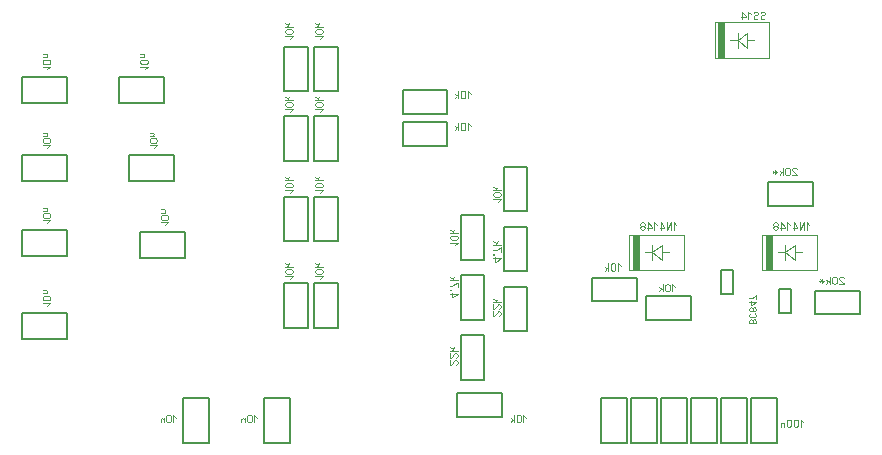
<source format=gbr>
%FSLAX34Y34*%
%MOMM*%
%LNSILK_BOTTOM*%
G71*
G01*
%ADD10C, 0.000*%
%ADD11C, 0.111*%
%ADD12C, 0.150*%
%ADD13C, 0.095*%
%LPD*%
G54D10*
X601099Y-68616D02*
X647099Y-68616D01*
X647099Y-98616D01*
X601099Y-98616D01*
X601099Y-68616D01*
G36*
X604099Y-98616D02*
X604099Y-68616D01*
X609099Y-68616D01*
X609099Y-98616D01*
X604099Y-98616D01*
G37*
G54D10*
X604099Y-98616D02*
X604099Y-68616D01*
X609099Y-68616D01*
X609099Y-98616D01*
X604099Y-98616D01*
G54D10*
X614099Y-83616D02*
X620499Y-83616D01*
X620499Y-77316D01*
X620499Y-90016D01*
X620499Y-83616D01*
X628399Y-77316D01*
X628399Y-90016D01*
X620499Y-83616D01*
G54D10*
X628399Y-83616D02*
X634799Y-83616D01*
G54D11*
X643732Y-64582D02*
X643266Y-65360D01*
X642332Y-65749D01*
X641399Y-65749D01*
X640466Y-65360D01*
X639999Y-64582D01*
X639999Y-63804D01*
X640466Y-63026D01*
X641399Y-62638D01*
X642332Y-62638D01*
X643266Y-62249D01*
X643732Y-61471D01*
X643732Y-60693D01*
X643266Y-59915D01*
X642332Y-59526D01*
X641399Y-59526D01*
X640466Y-59915D01*
X639999Y-60693D01*
G54D11*
X637821Y-64582D02*
X637355Y-65360D01*
X636421Y-65749D01*
X635488Y-65749D01*
X634555Y-65360D01*
X634088Y-64582D01*
X634088Y-63804D01*
X634555Y-63026D01*
X635488Y-62638D01*
X636421Y-62638D01*
X637355Y-62249D01*
X637821Y-61471D01*
X637821Y-60693D01*
X637355Y-59915D01*
X636421Y-59526D01*
X635488Y-59526D01*
X634555Y-59915D01*
X634088Y-60693D01*
G54D11*
X631910Y-61860D02*
X629577Y-59526D01*
X629577Y-65749D01*
G54D11*
X624599Y-65749D02*
X624599Y-59526D01*
X627399Y-63415D01*
X627399Y-64193D01*
X623666Y-64193D01*
G54D12*
X616534Y-278524D02*
X606534Y-278524D01*
X606533Y-298524D01*
X616533Y-298524D01*
X616534Y-278524D01*
G54D13*
X630502Y-323120D02*
X635835Y-323120D01*
X635835Y-321120D01*
X635502Y-320320D01*
X634835Y-319920D01*
X634168Y-319920D01*
X633502Y-320320D01*
X633168Y-321120D01*
X632835Y-320320D01*
X632168Y-319920D01*
X631502Y-319920D01*
X630835Y-320320D01*
X630502Y-321120D01*
X630502Y-323120D01*
G54D13*
X633168Y-323120D02*
X633168Y-321120D01*
G54D13*
X631502Y-314853D02*
X630835Y-315253D01*
X630502Y-316053D01*
X630502Y-316853D01*
X630835Y-317653D01*
X631502Y-318053D01*
X634835Y-318053D01*
X635502Y-317653D01*
X635835Y-316853D01*
X635835Y-316053D01*
X635502Y-315253D01*
X634835Y-314853D01*
G54D13*
X633168Y-310986D02*
X633168Y-311786D01*
X633502Y-312586D01*
X634168Y-312986D01*
X634835Y-312986D01*
X635502Y-312586D01*
X635835Y-311786D01*
X635835Y-310986D01*
X635502Y-310186D01*
X634835Y-309786D01*
X634168Y-309786D01*
X633502Y-310186D01*
X633168Y-310986D01*
X632835Y-310186D01*
X632168Y-309786D01*
X631502Y-309786D01*
X630835Y-310186D01*
X630502Y-310986D01*
X630502Y-311786D01*
X630835Y-312586D01*
X631502Y-312986D01*
X632168Y-312986D01*
X632835Y-312586D01*
X633168Y-311786D01*
G54D13*
X630502Y-305519D02*
X635835Y-305519D01*
X632502Y-307919D01*
X631835Y-307919D01*
X631835Y-304719D01*
G54D13*
X635835Y-302852D02*
X635835Y-299652D01*
X635168Y-300052D01*
X634168Y-300852D01*
X632835Y-301652D01*
X631835Y-302052D01*
X630502Y-302052D01*
G54D12*
X262268Y-127004D02*
X282268Y-127004D01*
X282268Y-89004D01*
X262268Y-89004D01*
X262268Y-127004D01*
G54D11*
X266827Y-82667D02*
X269160Y-80334D01*
X262938Y-80334D01*
G54D11*
X267994Y-74422D02*
X264105Y-74422D01*
X263327Y-74889D01*
X262938Y-75822D01*
X262938Y-76756D01*
X263327Y-77689D01*
X264105Y-78156D01*
X267994Y-78156D01*
X268772Y-77689D01*
X269160Y-76756D01*
X269160Y-75822D01*
X268772Y-74889D01*
X267994Y-74422D01*
G54D11*
X262938Y-72245D02*
X269160Y-72245D01*
G54D11*
X265272Y-70845D02*
X262938Y-69445D01*
G54D11*
X264494Y-72245D02*
X266438Y-69445D01*
G54D12*
X173254Y-424877D02*
X151254Y-424877D01*
X151254Y-386877D01*
X173254Y-386877D01*
X173254Y-424877D01*
G54D11*
X145235Y-403351D02*
X142901Y-401018D01*
X142901Y-407240D01*
G54D11*
X136990Y-402185D02*
X136990Y-406074D01*
X137457Y-406851D01*
X138390Y-407240D01*
X139324Y-407240D01*
X140257Y-406851D01*
X140724Y-406074D01*
X140724Y-402185D01*
X140257Y-401407D01*
X139324Y-401018D01*
X138390Y-401018D01*
X137457Y-401407D01*
X136990Y-402185D01*
G54D11*
X134813Y-407240D02*
X134813Y-403740D01*
G54D11*
X134813Y-404518D02*
X134346Y-403974D01*
X133413Y-403740D01*
X132479Y-403974D01*
X132013Y-404518D01*
X132013Y-407240D01*
G54D12*
X236868Y-127004D02*
X256868Y-127004D01*
X256868Y-89004D01*
X236868Y-89004D01*
X236868Y-127004D01*
G54D11*
X241427Y-82667D02*
X243760Y-80334D01*
X237538Y-80334D01*
G54D11*
X242594Y-74422D02*
X238705Y-74422D01*
X237927Y-74889D01*
X237538Y-75822D01*
X237538Y-76756D01*
X237927Y-77689D01*
X238705Y-78156D01*
X242594Y-78156D01*
X243372Y-77689D01*
X243760Y-76756D01*
X243760Y-75822D01*
X243372Y-74889D01*
X242594Y-74422D01*
G54D11*
X237538Y-72245D02*
X243760Y-72245D01*
G54D11*
X239872Y-70845D02*
X237538Y-69445D01*
G54D11*
X239094Y-72245D02*
X241038Y-69445D01*
G54D12*
X262268Y-185741D02*
X282268Y-185741D01*
X282268Y-147741D01*
X262268Y-147741D01*
X262268Y-185741D01*
G54D11*
X266827Y-144579D02*
X269160Y-142246D01*
X262938Y-142246D01*
G54D11*
X267994Y-136334D02*
X264105Y-136334D01*
X263327Y-136801D01*
X262938Y-137734D01*
X262938Y-138668D01*
X263327Y-139601D01*
X264105Y-140068D01*
X267994Y-140068D01*
X268772Y-139601D01*
X269160Y-138668D01*
X269160Y-137734D01*
X268772Y-136801D01*
X267994Y-136334D01*
G54D11*
X262938Y-134157D02*
X269160Y-134157D01*
G54D11*
X265272Y-132757D02*
X262938Y-131357D01*
G54D11*
X264494Y-134157D02*
X266438Y-131357D01*
G54D12*
X236868Y-185741D02*
X256868Y-185741D01*
X256868Y-147741D01*
X236868Y-147741D01*
X236868Y-185741D01*
G54D11*
X241427Y-144579D02*
X243760Y-142246D01*
X237538Y-142246D01*
G54D11*
X242594Y-136334D02*
X238705Y-136334D01*
X237927Y-136801D01*
X237538Y-137734D01*
X237538Y-138668D01*
X237927Y-139601D01*
X238705Y-140068D01*
X242594Y-140068D01*
X243372Y-139601D01*
X243760Y-138668D01*
X243760Y-137734D01*
X243372Y-136801D01*
X242594Y-136334D01*
G54D11*
X237538Y-134157D02*
X243760Y-134157D01*
G54D11*
X239872Y-132757D02*
X237538Y-131357D01*
G54D11*
X239094Y-134157D02*
X241038Y-131357D01*
G54D12*
X262268Y-254004D02*
X282268Y-254004D01*
X282268Y-216004D01*
X262268Y-216004D01*
X262268Y-254004D01*
G54D11*
X266827Y-212841D02*
X269160Y-210508D01*
X262938Y-210508D01*
G54D11*
X267994Y-204596D02*
X264105Y-204596D01*
X263327Y-205063D01*
X262938Y-205996D01*
X262938Y-206930D01*
X263327Y-207863D01*
X264105Y-208330D01*
X267994Y-208330D01*
X268772Y-207863D01*
X269160Y-206930D01*
X269160Y-205996D01*
X268772Y-205063D01*
X267994Y-204596D01*
G54D11*
X262938Y-202419D02*
X269160Y-202419D01*
G54D11*
X265272Y-201019D02*
X262938Y-199619D01*
G54D11*
X264494Y-202419D02*
X266438Y-199619D01*
G54D12*
X236868Y-254004D02*
X256868Y-254004D01*
X256868Y-216004D01*
X236868Y-216004D01*
X236868Y-254004D01*
G54D11*
X241427Y-212841D02*
X243760Y-210508D01*
X237538Y-210508D01*
G54D11*
X242594Y-204596D02*
X238705Y-204596D01*
X237927Y-205063D01*
X237538Y-205996D01*
X237538Y-206930D01*
X237927Y-207863D01*
X238705Y-208330D01*
X242594Y-208330D01*
X243372Y-207863D01*
X243760Y-206930D01*
X243760Y-205996D01*
X243372Y-205063D01*
X242594Y-204596D01*
G54D11*
X237538Y-202419D02*
X243760Y-202419D01*
G54D11*
X239872Y-201019D02*
X237538Y-199619D01*
G54D11*
X239094Y-202419D02*
X241038Y-199619D01*
G54D12*
X262268Y-327029D02*
X282268Y-327029D01*
X282268Y-289029D01*
X262268Y-289029D01*
X262268Y-327029D01*
G54D11*
X266827Y-285865D02*
X269160Y-283532D01*
X262938Y-283532D01*
G54D11*
X267994Y-277620D02*
X264105Y-277620D01*
X263327Y-278087D01*
X262938Y-279020D01*
X262938Y-279954D01*
X263327Y-280887D01*
X264105Y-281354D01*
X267994Y-281354D01*
X268772Y-280887D01*
X269160Y-279954D01*
X269160Y-279020D01*
X268772Y-278087D01*
X267994Y-277620D01*
G54D11*
X262938Y-275443D02*
X269160Y-275443D01*
G54D11*
X265272Y-274043D02*
X262938Y-272643D01*
G54D11*
X264494Y-275443D02*
X266438Y-272643D01*
G54D12*
X236868Y-327029D02*
X256868Y-327029D01*
X256868Y-289029D01*
X236868Y-289029D01*
X236868Y-327029D01*
G54D11*
X241427Y-285863D02*
X243760Y-283530D01*
X237538Y-283530D01*
G54D11*
X242594Y-277618D02*
X238705Y-277618D01*
X237927Y-278085D01*
X237538Y-279018D01*
X237538Y-279952D01*
X237927Y-280885D01*
X238705Y-281352D01*
X242594Y-281352D01*
X243372Y-280885D01*
X243760Y-279952D01*
X243760Y-279018D01*
X243372Y-278085D01*
X242594Y-277618D01*
G54D11*
X237538Y-275441D02*
X243760Y-275441D01*
G54D11*
X239872Y-274041D02*
X237538Y-272641D01*
G54D11*
X239094Y-275441D02*
X241038Y-272641D01*
G54D12*
X97104Y-136460D02*
X97104Y-114460D01*
X135104Y-114460D01*
X135104Y-136460D01*
X97104Y-136460D01*
G54D11*
X118630Y-108441D02*
X120963Y-106108D01*
X114741Y-106108D01*
G54D11*
X119796Y-100197D02*
X115907Y-100197D01*
X115130Y-100663D01*
X114741Y-101597D01*
X114741Y-102530D01*
X115130Y-103463D01*
X115907Y-103930D01*
X119796Y-103930D01*
X120574Y-103463D01*
X120963Y-102530D01*
X120963Y-101597D01*
X120574Y-100663D01*
X119796Y-100197D01*
G54D11*
X114741Y-98019D02*
X118241Y-98019D01*
G54D11*
X117463Y-98019D02*
X118007Y-97552D01*
X118241Y-96619D01*
X118007Y-95686D01*
X117463Y-95219D01*
X114741Y-95219D01*
G54D12*
X14554Y-136460D02*
X14554Y-114460D01*
X52554Y-114460D01*
X52554Y-136460D01*
X14554Y-136460D01*
G54D11*
X36080Y-108441D02*
X38413Y-106108D01*
X32191Y-106108D01*
G54D11*
X37246Y-100197D02*
X33357Y-100197D01*
X32580Y-100663D01*
X32191Y-101597D01*
X32191Y-102530D01*
X32580Y-103463D01*
X33357Y-103930D01*
X37246Y-103930D01*
X38024Y-103463D01*
X38413Y-102530D01*
X38413Y-101597D01*
X38024Y-100663D01*
X37246Y-100197D01*
G54D11*
X32191Y-98019D02*
X35691Y-98019D01*
G54D11*
X34913Y-98019D02*
X35457Y-97552D01*
X35691Y-96619D01*
X35457Y-95686D01*
X34913Y-95219D01*
X32191Y-95219D01*
G54D12*
X105041Y-203135D02*
X105041Y-181135D01*
X143041Y-181135D01*
X143041Y-203135D01*
X105041Y-203135D01*
G54D11*
X126567Y-175116D02*
X128900Y-172783D01*
X122678Y-172783D01*
G54D11*
X127734Y-166872D02*
X123845Y-166872D01*
X123067Y-167338D01*
X122678Y-168272D01*
X122678Y-169205D01*
X123067Y-170138D01*
X123845Y-170605D01*
X127734Y-170605D01*
X128512Y-170138D01*
X128900Y-169205D01*
X128900Y-168272D01*
X128512Y-167338D01*
X127734Y-166872D01*
G54D11*
X122678Y-164694D02*
X126178Y-164694D01*
G54D11*
X125400Y-164694D02*
X125945Y-164227D01*
X126178Y-163294D01*
X125945Y-162361D01*
X125400Y-161894D01*
X122678Y-161894D01*
G54D12*
X14554Y-203135D02*
X14554Y-181135D01*
X52554Y-181135D01*
X52554Y-203135D01*
X14554Y-203135D01*
G54D11*
X36080Y-175116D02*
X38413Y-172783D01*
X32191Y-172783D01*
G54D11*
X37246Y-166872D02*
X33357Y-166872D01*
X32580Y-167338D01*
X32191Y-168272D01*
X32191Y-169205D01*
X32580Y-170138D01*
X33357Y-170605D01*
X37246Y-170605D01*
X38024Y-170138D01*
X38413Y-169205D01*
X38413Y-168272D01*
X38024Y-167338D01*
X37246Y-166872D01*
G54D11*
X32191Y-164694D02*
X35691Y-164694D01*
G54D11*
X34913Y-164694D02*
X35457Y-164227D01*
X35691Y-163294D01*
X35457Y-162361D01*
X34913Y-161894D01*
X32191Y-161894D01*
G54D12*
X14554Y-266635D02*
X14554Y-244635D01*
X52554Y-244635D01*
X52554Y-266635D01*
X14554Y-266635D01*
G54D11*
X36080Y-238616D02*
X38413Y-236283D01*
X32191Y-236283D01*
G54D11*
X37246Y-230372D02*
X33357Y-230372D01*
X32580Y-230838D01*
X32191Y-231772D01*
X32191Y-232705D01*
X32580Y-233638D01*
X33357Y-234105D01*
X37246Y-234105D01*
X38024Y-233638D01*
X38413Y-232705D01*
X38413Y-231772D01*
X38024Y-230838D01*
X37246Y-230372D01*
G54D11*
X32191Y-228194D02*
X35691Y-228194D01*
G54D11*
X34913Y-228194D02*
X35457Y-227727D01*
X35691Y-226794D01*
X35457Y-225861D01*
X34913Y-225394D01*
X32191Y-225394D01*
G54D12*
X114566Y-268223D02*
X114566Y-246223D01*
X152566Y-246223D01*
X152566Y-268223D01*
X114566Y-268223D01*
G54D11*
X136092Y-240204D02*
X138425Y-237870D01*
X132203Y-237870D01*
G54D11*
X137259Y-231959D02*
X133370Y-231959D01*
X132592Y-232426D01*
X132203Y-233359D01*
X132203Y-234293D01*
X132592Y-235226D01*
X133370Y-235692D01*
X137259Y-235692D01*
X138036Y-235226D01*
X138425Y-234292D01*
X138425Y-233359D01*
X138036Y-232426D01*
X137259Y-231959D01*
G54D11*
X132203Y-229782D02*
X135703Y-229782D01*
G54D11*
X134925Y-229782D02*
X135470Y-229315D01*
X135703Y-228382D01*
X135470Y-227448D01*
X134925Y-226982D01*
X132203Y-226982D01*
G54D12*
X14554Y-336485D02*
X14554Y-314485D01*
X52554Y-314485D01*
X52554Y-336485D01*
X14554Y-336485D01*
G54D11*
X36080Y-308466D02*
X38413Y-306133D01*
X32191Y-306133D01*
G54D11*
X37246Y-300222D02*
X33357Y-300222D01*
X32580Y-300688D01*
X32191Y-301622D01*
X32191Y-302555D01*
X32580Y-303488D01*
X33357Y-303955D01*
X37246Y-303955D01*
X38024Y-303488D01*
X38413Y-302555D01*
X38413Y-301622D01*
X38024Y-300688D01*
X37246Y-300222D01*
G54D11*
X32191Y-298044D02*
X35691Y-298044D01*
G54D11*
X34913Y-298044D02*
X35457Y-297577D01*
X35691Y-296644D01*
X35457Y-295711D01*
X34913Y-295244D01*
X32191Y-295244D01*
G54D12*
X336894Y-125959D02*
X336894Y-145959D01*
X374894Y-145959D01*
X374894Y-125959D01*
X336894Y-125959D01*
G54D11*
X394473Y-128961D02*
X392140Y-126628D01*
X392140Y-132850D01*
G54D11*
X386229Y-127794D02*
X386229Y-131683D01*
X386695Y-132461D01*
X387629Y-132850D01*
X388562Y-132850D01*
X389495Y-132461D01*
X389962Y-131683D01*
X389962Y-127794D01*
X389495Y-127017D01*
X388562Y-126628D01*
X387629Y-126628D01*
X386695Y-127017D01*
X386229Y-127794D01*
G54D11*
X384051Y-132850D02*
X384051Y-126628D01*
G54D11*
X382651Y-130517D02*
X381251Y-132850D01*
G54D11*
X384051Y-131294D02*
X381251Y-129350D01*
G54D12*
X336894Y-152946D02*
X336894Y-172946D01*
X374894Y-172946D01*
X374894Y-152946D01*
X336894Y-152946D01*
G54D11*
X394473Y-155949D02*
X392140Y-153615D01*
X392140Y-159838D01*
G54D11*
X386229Y-154782D02*
X386229Y-158671D01*
X386695Y-159449D01*
X387629Y-159838D01*
X388562Y-159838D01*
X389495Y-159449D01*
X389962Y-158671D01*
X389962Y-154782D01*
X389495Y-154004D01*
X388562Y-153615D01*
X387629Y-153615D01*
X386695Y-154004D01*
X386229Y-154782D01*
G54D11*
X384051Y-159838D02*
X384051Y-153615D01*
G54D11*
X382651Y-157504D02*
X381251Y-159838D01*
G54D11*
X384051Y-158282D02*
X381251Y-156338D01*
G54D12*
X386093Y-269879D02*
X406093Y-269879D01*
X406093Y-231879D01*
X386093Y-231879D01*
X386093Y-269879D01*
G54D11*
X381127Y-257290D02*
X383460Y-254957D01*
X377238Y-254957D01*
G54D11*
X382293Y-249046D02*
X378404Y-249046D01*
X377627Y-249513D01*
X377238Y-250446D01*
X377238Y-251379D01*
X377627Y-252313D01*
X378404Y-252779D01*
X382293Y-252779D01*
X383071Y-252313D01*
X383460Y-251379D01*
X383460Y-250446D01*
X383071Y-249513D01*
X382293Y-249046D01*
G54D11*
X377238Y-246868D02*
X383460Y-246868D01*
G54D11*
X379571Y-245468D02*
X377238Y-244068D01*
G54D11*
X378793Y-246868D02*
X380738Y-244068D01*
G54D12*
X386093Y-320679D02*
X406093Y-320679D01*
X406093Y-282679D01*
X386093Y-282679D01*
X386093Y-320679D01*
G54D11*
X377237Y-298401D02*
X383459Y-298401D01*
X379570Y-301201D01*
X378792Y-301201D01*
X378792Y-297468D01*
G54D11*
X377237Y-294916D02*
X377237Y-295290D01*
X377548Y-295290D01*
X377548Y-294916D01*
X377237Y-294916D01*
X377237Y-295290D01*
G54D11*
X383459Y-292739D02*
X383459Y-289006D01*
X382681Y-289472D01*
X381514Y-290406D01*
X379959Y-291339D01*
X378792Y-291806D01*
X377237Y-291806D01*
G54D11*
X377237Y-286828D02*
X383459Y-286828D01*
G54D11*
X379570Y-285428D02*
X377237Y-284028D01*
G54D11*
X378792Y-286828D02*
X380737Y-284028D01*
G54D12*
X386093Y-371479D02*
X406093Y-371479D01*
X406093Y-333479D01*
X386093Y-333479D01*
X386093Y-371479D01*
G54D11*
X377237Y-354618D02*
X377237Y-358351D01*
X377626Y-358351D01*
X378404Y-357884D01*
X380737Y-355084D01*
X381515Y-354618D01*
X382293Y-354618D01*
X383071Y-355084D01*
X383460Y-356018D01*
X383460Y-356951D01*
X383071Y-357884D01*
X382293Y-358351D01*
G54D11*
X377237Y-348706D02*
X377237Y-352440D01*
X377626Y-352440D01*
X378404Y-351973D01*
X380737Y-349173D01*
X381515Y-348706D01*
X382293Y-348706D01*
X383071Y-349173D01*
X383460Y-350106D01*
X383460Y-351040D01*
X383071Y-351973D01*
X382293Y-352440D01*
G54D11*
X377237Y-346529D02*
X383460Y-346529D01*
G54D11*
X379571Y-345129D02*
X377237Y-343729D01*
G54D11*
X378793Y-346529D02*
X380737Y-343729D01*
G54D12*
X422606Y-228604D02*
X442606Y-228604D01*
X442606Y-190604D01*
X422606Y-190604D01*
X422606Y-228604D01*
G54D11*
X417639Y-220778D02*
X419972Y-218444D01*
X413750Y-218444D01*
G54D11*
X418805Y-212534D02*
X414916Y-212534D01*
X414139Y-213000D01*
X413750Y-213934D01*
X413750Y-214867D01*
X414139Y-215800D01*
X414916Y-216267D01*
X418805Y-216267D01*
X419583Y-215800D01*
X419972Y-214867D01*
X419972Y-213934D01*
X419583Y-213000D01*
X418805Y-212534D01*
G54D11*
X413750Y-210356D02*
X419972Y-210356D01*
G54D11*
X416083Y-208956D02*
X413750Y-207556D01*
G54D11*
X415305Y-210356D02*
X417250Y-207556D01*
G54D12*
X422606Y-279404D02*
X442606Y-279404D01*
X442606Y-241404D01*
X422606Y-241404D01*
X422606Y-279404D01*
G54D11*
X413751Y-268238D02*
X419973Y-268238D01*
X416085Y-271038D01*
X415307Y-271038D01*
X415307Y-267304D01*
G54D11*
X413751Y-264754D02*
X413751Y-265127D01*
X414062Y-265127D01*
X414062Y-264754D01*
X413751Y-264754D01*
X413751Y-265127D01*
G54D11*
X419973Y-262576D02*
X419973Y-258842D01*
X419196Y-259309D01*
X418029Y-260242D01*
X416473Y-261176D01*
X415307Y-261642D01*
X413751Y-261642D01*
G54D11*
X413751Y-256665D02*
X419973Y-256665D01*
G54D11*
X416085Y-255265D02*
X413751Y-253865D01*
G54D11*
X415307Y-256665D02*
X417251Y-253865D01*
G54D12*
X422606Y-330204D02*
X442606Y-330204D01*
X442606Y-292204D01*
X422606Y-292204D01*
X422606Y-330204D01*
G54D11*
X413750Y-313342D02*
X413750Y-317076D01*
X414139Y-317076D01*
X414917Y-316609D01*
X417250Y-313809D01*
X418028Y-313342D01*
X418806Y-313342D01*
X419584Y-313809D01*
X419972Y-314742D01*
X419972Y-315676D01*
X419584Y-316609D01*
X418806Y-317076D01*
G54D11*
X413750Y-307432D02*
X413750Y-311165D01*
X414139Y-311165D01*
X414917Y-310698D01*
X417250Y-307898D01*
X418028Y-307432D01*
X418806Y-307432D01*
X419584Y-307898D01*
X419972Y-308832D01*
X419972Y-309765D01*
X419584Y-310698D01*
X418806Y-311165D01*
G54D11*
X413750Y-305254D02*
X419972Y-305254D01*
G54D11*
X416084Y-303854D02*
X413750Y-302454D01*
G54D11*
X415306Y-305254D02*
X417250Y-302454D01*
G54D10*
X528868Y-248400D02*
X574868Y-248400D01*
X574868Y-278400D01*
X528868Y-278400D01*
X528868Y-248400D01*
G36*
X531868Y-278400D02*
X531868Y-248400D01*
X536868Y-248400D01*
X536868Y-278400D01*
X531868Y-278400D01*
G37*
G54D10*
X531868Y-278400D02*
X531868Y-248400D01*
X536868Y-248400D01*
X536868Y-278400D01*
X531868Y-278400D01*
G54D10*
X541868Y-263400D02*
X548268Y-263400D01*
X548268Y-257100D01*
X548268Y-269800D01*
X548268Y-263400D01*
X556168Y-257100D01*
X556168Y-269800D01*
X548268Y-263400D01*
G54D10*
X556168Y-263400D02*
X562568Y-263400D01*
G54D11*
X568600Y-240264D02*
X566266Y-237931D01*
X566266Y-244153D01*
G54D11*
X564089Y-244153D02*
X564089Y-237931D01*
X560356Y-244153D01*
X560356Y-237931D01*
G54D11*
X555378Y-244153D02*
X555378Y-237931D01*
X558178Y-241820D01*
X558178Y-242597D01*
X554445Y-242597D01*
G54D11*
X552267Y-240264D02*
X549934Y-237931D01*
X549934Y-244153D01*
G54D11*
X544956Y-244153D02*
X544956Y-237931D01*
X547756Y-241820D01*
X547756Y-242597D01*
X544023Y-242597D01*
G54D11*
X539512Y-241042D02*
X540445Y-241042D01*
X541378Y-240653D01*
X541845Y-239875D01*
X541845Y-239097D01*
X541378Y-238320D01*
X540445Y-237931D01*
X539512Y-237931D01*
X538578Y-238320D01*
X538112Y-239097D01*
X538112Y-239875D01*
X538578Y-240653D01*
X539512Y-241042D01*
X538578Y-241431D01*
X538112Y-242208D01*
X538112Y-242986D01*
X538578Y-243764D01*
X539512Y-244153D01*
X540445Y-244153D01*
X541378Y-243764D01*
X541845Y-242986D01*
X541845Y-242208D01*
X541378Y-241431D01*
X540445Y-241042D01*
G54D12*
X497232Y-284709D02*
X497232Y-304709D01*
X535232Y-304709D01*
X535232Y-284709D01*
X497232Y-284709D01*
G54D11*
X521473Y-275011D02*
X519140Y-272678D01*
X519140Y-278900D01*
G54D11*
X513229Y-273844D02*
X513229Y-277733D01*
X513695Y-278511D01*
X514629Y-278900D01*
X515562Y-278900D01*
X516495Y-278511D01*
X516962Y-277733D01*
X516962Y-273844D01*
X516495Y-273067D01*
X515562Y-272678D01*
X514629Y-272678D01*
X513695Y-273067D01*
X513229Y-273844D01*
G54D11*
X511051Y-278900D02*
X511051Y-272678D01*
G54D11*
X509651Y-276567D02*
X508251Y-278900D01*
G54D11*
X511051Y-277344D02*
X508251Y-275400D01*
G54D12*
X543269Y-300584D02*
X543269Y-320584D01*
X581269Y-320584D01*
X581269Y-300584D01*
X543269Y-300584D01*
G54D11*
X567510Y-292474D02*
X565177Y-290140D01*
X565177Y-296362D01*
G54D11*
X559266Y-291307D02*
X559266Y-295196D01*
X559733Y-295974D01*
X560666Y-296362D01*
X561600Y-296362D01*
X562533Y-295974D01*
X563000Y-295196D01*
X563000Y-291307D01*
X562533Y-290529D01*
X561600Y-290140D01*
X560666Y-290140D01*
X559733Y-290529D01*
X559266Y-291307D01*
G54D11*
X557088Y-296362D02*
X557088Y-290140D01*
G54D11*
X555688Y-294029D02*
X554288Y-296362D01*
G54D11*
X557088Y-294807D02*
X554288Y-292862D01*
G54D10*
X641580Y-248400D02*
X687580Y-248400D01*
X687580Y-278400D01*
X641580Y-278400D01*
X641580Y-248400D01*
G36*
X644580Y-278400D02*
X644580Y-248400D01*
X649580Y-248400D01*
X649580Y-278400D01*
X644580Y-278400D01*
G37*
G54D10*
X644580Y-278400D02*
X644580Y-248400D01*
X649580Y-248400D01*
X649580Y-278400D01*
X644580Y-278400D01*
G54D10*
X654580Y-263400D02*
X660980Y-263400D01*
X660980Y-257100D01*
X660980Y-269800D01*
X660980Y-263400D01*
X668880Y-257100D01*
X668880Y-269800D01*
X660980Y-263400D01*
G54D10*
X668880Y-263400D02*
X675280Y-263400D01*
G54D11*
X681312Y-240264D02*
X678979Y-237931D01*
X678979Y-244153D01*
G54D11*
X676801Y-244153D02*
X676801Y-237931D01*
X673068Y-244153D01*
X673068Y-237931D01*
G54D11*
X668090Y-244153D02*
X668090Y-237931D01*
X670890Y-241820D01*
X670890Y-242597D01*
X667157Y-242597D01*
G54D11*
X664979Y-240264D02*
X662646Y-237931D01*
X662646Y-244153D01*
G54D11*
X657668Y-244153D02*
X657668Y-237931D01*
X660468Y-241820D01*
X660468Y-242597D01*
X656735Y-242597D01*
G54D11*
X652224Y-241042D02*
X653157Y-241042D01*
X654091Y-240653D01*
X654557Y-239875D01*
X654557Y-239097D01*
X654091Y-238320D01*
X653157Y-237931D01*
X652224Y-237931D01*
X651291Y-238320D01*
X650824Y-239097D01*
X650824Y-239875D01*
X651291Y-240653D01*
X652224Y-241042D01*
X651291Y-241431D01*
X650824Y-242208D01*
X650824Y-242986D01*
X651291Y-243764D01*
X652224Y-244153D01*
X653157Y-244153D01*
X654091Y-243764D01*
X654557Y-242986D01*
X654557Y-242208D01*
X654091Y-241431D01*
X653157Y-241042D01*
G54D12*
X665746Y-294399D02*
X655746Y-294399D01*
X655746Y-314399D01*
X665746Y-314399D01*
X665746Y-294399D01*
G54D12*
X631980Y-386938D02*
X653980Y-386938D01*
X653980Y-424938D01*
X631980Y-424938D01*
X631980Y-386938D01*
G54D11*
X676224Y-407207D02*
X673890Y-404873D01*
X673890Y-411096D01*
G54D11*
X667979Y-406040D02*
X667979Y-409929D01*
X668446Y-410707D01*
X669379Y-411096D01*
X670313Y-411096D01*
X671246Y-410707D01*
X671713Y-409929D01*
X671713Y-406040D01*
X671246Y-405262D01*
X670313Y-404873D01*
X669379Y-404873D01*
X668446Y-405262D01*
X667979Y-406040D01*
G54D11*
X662068Y-406040D02*
X662068Y-409929D01*
X662535Y-410707D01*
X663468Y-411096D01*
X664402Y-411096D01*
X665335Y-410707D01*
X665802Y-409929D01*
X665802Y-406040D01*
X665335Y-405262D01*
X664402Y-404873D01*
X663468Y-404873D01*
X662535Y-405262D01*
X662068Y-406040D01*
G54D11*
X659891Y-411096D02*
X659891Y-407596D01*
G54D11*
X659891Y-408373D02*
X659424Y-407829D01*
X658491Y-407596D01*
X657557Y-407829D01*
X657091Y-408373D01*
X657091Y-411096D01*
G54D12*
X606580Y-386938D02*
X628580Y-386938D01*
X628580Y-424938D01*
X606580Y-424938D01*
X606580Y-386938D01*
G54D12*
X581180Y-386938D02*
X603180Y-386938D01*
X603180Y-424938D01*
X581180Y-424938D01*
X581180Y-386938D01*
G54D12*
X555780Y-386938D02*
X577780Y-386938D01*
X577780Y-424938D01*
X555780Y-424938D01*
X555780Y-386938D01*
G54D12*
X530380Y-386938D02*
X552380Y-386938D01*
X552380Y-424938D01*
X530380Y-424938D01*
X530380Y-386938D01*
G54D12*
X504980Y-386938D02*
X526980Y-386938D01*
X526980Y-424938D01*
X504980Y-424938D01*
X504980Y-386938D01*
G54D12*
X686144Y-295821D02*
X686144Y-315821D01*
X724144Y-315821D01*
X724144Y-295821D01*
X686144Y-295821D01*
G54D11*
X706652Y-290012D02*
X710386Y-290012D01*
X710386Y-289624D01*
X709919Y-288846D01*
X707119Y-286512D01*
X706652Y-285735D01*
X706652Y-284957D01*
X707119Y-284179D01*
X708052Y-283790D01*
X708986Y-283790D01*
X709919Y-284179D01*
X710386Y-284957D01*
G54D11*
X700741Y-284957D02*
X700741Y-288846D01*
X701208Y-289624D01*
X702141Y-290012D01*
X703074Y-290012D01*
X704008Y-289624D01*
X704474Y-288846D01*
X704474Y-284957D01*
X704008Y-284179D01*
X703074Y-283790D01*
X702141Y-283790D01*
X701208Y-284179D01*
X700741Y-284957D01*
G54D11*
X698564Y-290012D02*
X698564Y-283790D01*
G54D11*
X697164Y-287679D02*
X695764Y-290012D01*
G54D11*
X698564Y-288457D02*
X695764Y-286512D01*
G54D11*
X693586Y-287290D02*
X689852Y-287290D01*
G54D11*
X691719Y-285735D02*
X691719Y-288846D01*
G54D11*
X693119Y-286124D02*
X690319Y-288457D01*
G54D11*
X693119Y-288457D02*
X690319Y-286124D01*
G54D12*
X646457Y-203746D02*
X646457Y-223746D01*
X684457Y-223746D01*
X684457Y-203746D01*
X646457Y-203746D01*
G54D11*
X666965Y-197938D02*
X670698Y-197938D01*
X670698Y-197549D01*
X670231Y-196771D01*
X667431Y-194438D01*
X666965Y-193660D01*
X666965Y-192882D01*
X667431Y-192104D01*
X668365Y-191715D01*
X669298Y-191715D01*
X670231Y-192104D01*
X670698Y-192882D01*
G54D11*
X661054Y-192882D02*
X661054Y-196771D01*
X661520Y-197549D01*
X662454Y-197938D01*
X663387Y-197938D01*
X664320Y-197549D01*
X664787Y-196771D01*
X664787Y-192882D01*
X664320Y-192104D01*
X663387Y-191715D01*
X662454Y-191715D01*
X661520Y-192104D01*
X661054Y-192882D01*
G54D11*
X658876Y-197938D02*
X658876Y-191715D01*
G54D11*
X657476Y-195604D02*
X656076Y-197938D01*
G54D11*
X658876Y-196382D02*
X656076Y-194438D01*
G54D11*
X653898Y-195215D02*
X650165Y-195215D01*
G54D11*
X652031Y-193660D02*
X652031Y-196771D01*
G54D11*
X653431Y-194049D02*
X650631Y-196382D01*
G54D11*
X653431Y-196382D02*
X650631Y-194049D01*
G54D12*
X241516Y-424877D02*
X219516Y-424877D01*
X219516Y-386877D01*
X241516Y-386877D01*
X241516Y-424877D01*
G54D11*
X213497Y-403351D02*
X211164Y-401018D01*
X211164Y-407240D01*
G54D11*
X205253Y-402185D02*
X205253Y-406074D01*
X205720Y-406851D01*
X206653Y-407240D01*
X207586Y-407240D01*
X208520Y-406851D01*
X208986Y-406074D01*
X208986Y-402185D01*
X208520Y-401407D01*
X207586Y-401018D01*
X206653Y-401018D01*
X205720Y-401407D01*
X205253Y-402185D01*
G54D11*
X203075Y-407240D02*
X203075Y-403740D01*
G54D11*
X203075Y-404518D02*
X202608Y-403974D01*
X201675Y-403740D01*
X200742Y-403974D01*
X200275Y-404518D01*
X200275Y-407240D01*
G54D12*
X383063Y-382625D02*
X383063Y-402625D01*
X421063Y-402625D01*
X421063Y-382625D01*
X383063Y-382625D01*
G54D11*
X441568Y-403323D02*
X439235Y-400990D01*
X439235Y-407212D01*
G54D11*
X433324Y-402156D02*
X433324Y-406045D01*
X433791Y-406823D01*
X434724Y-407212D01*
X435657Y-407212D01*
X436591Y-406823D01*
X437057Y-406045D01*
X437057Y-402156D01*
X436591Y-401378D01*
X435657Y-400990D01*
X434724Y-400989D01*
X433791Y-401378D01*
X433324Y-402156D01*
G54D11*
X431146Y-407212D02*
X431146Y-400989D01*
G54D11*
X429746Y-404878D02*
X428346Y-407212D01*
G54D11*
X431146Y-405656D02*
X428346Y-403712D01*
M02*

</source>
